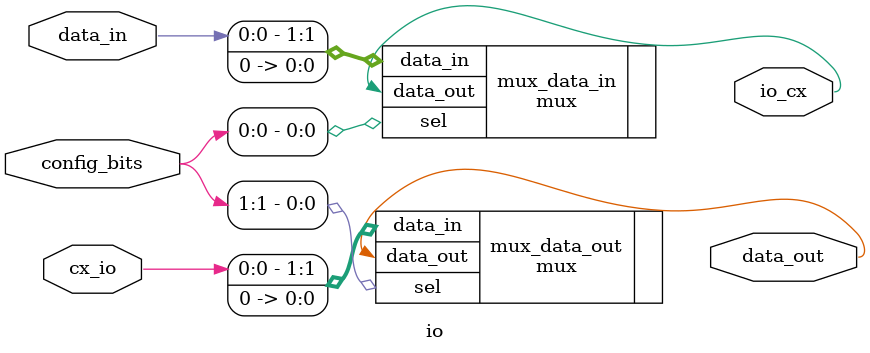
<source format=v>
`timescale 1ns / 1ps

module io (

    input [1:0]config_bits,

    input data_in, cx_io,
    output data_out, io_cx

    );

    mux #(1, 2) mux_data_in (
    .data_in({data_in, 1'b0}),
    .sel(config_bits[0]),
    .data_out(io_cx)
    );

    mux #(1, 2) mux_data_out (
    .data_in({cx_io, 1'b0}),
    .sel(config_bits[1]),
    .data_out(data_out)
    );
    
endmodule
</source>
